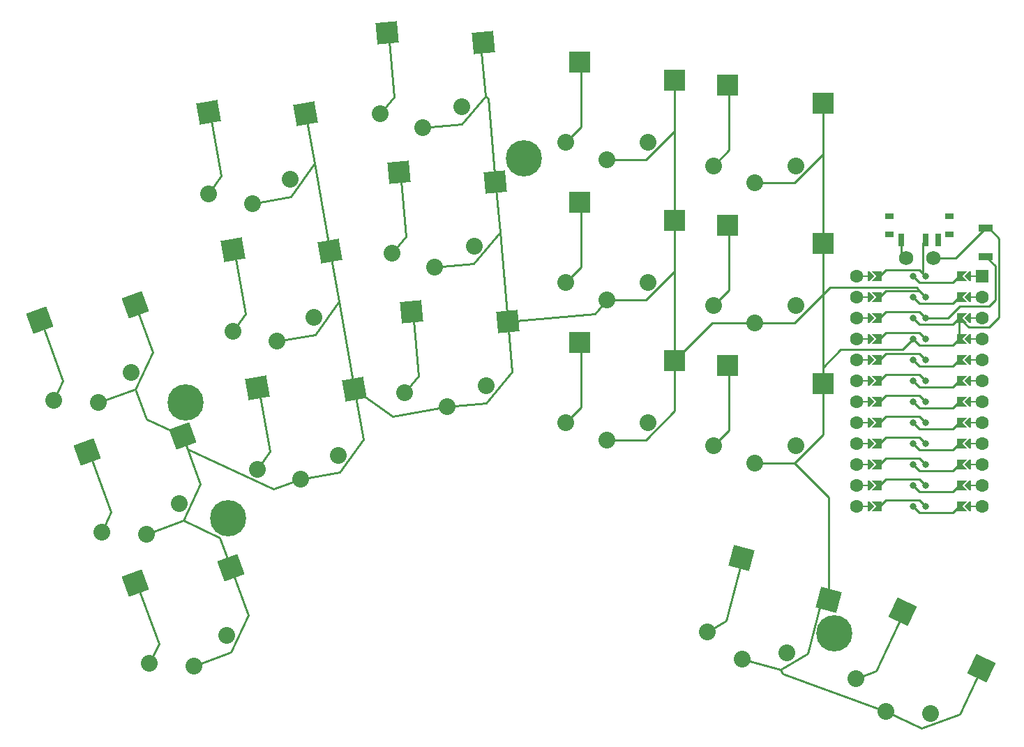
<source format=gbr>
%TF.GenerationSoftware,KiCad,Pcbnew,7.0.2-0*%
%TF.CreationDate,2023-07-16T18:15:17+02:00*%
%TF.ProjectId,lambbt_finished,6c616d62-6274-45f6-9669-6e6973686564,v1.0.0*%
%TF.SameCoordinates,Original*%
%TF.FileFunction,Copper,L2,Bot*%
%TF.FilePolarity,Positive*%
%FSLAX46Y46*%
G04 Gerber Fmt 4.6, Leading zero omitted, Abs format (unit mm)*
G04 Created by KiCad (PCBNEW 7.0.2-0) date 2023-07-16 18:15:17*
%MOMM*%
%LPD*%
G01*
G04 APERTURE LIST*
G04 Aperture macros list*
%AMRotRect*
0 Rectangle, with rotation*
0 The origin of the aperture is its center*
0 $1 length*
0 $2 width*
0 $3 Rotation angle, in degrees counterclockwise*
0 Add horizontal line*
21,1,$1,$2,0,0,$3*%
%AMFreePoly0*
4,1,5,0.125000,-0.500000,-0.125000,-0.500000,-0.125000,0.500000,0.125000,0.500000,0.125000,-0.500000,0.125000,-0.500000,$1*%
%AMFreePoly1*
4,1,6,0.600000,0.200000,0.000000,-0.400000,-0.600000,0.200000,-0.600000,0.400000,0.600000,0.400000,0.600000,0.200000,0.600000,0.200000,$1*%
%AMFreePoly2*
4,1,6,0.600000,-0.250000,-0.600000,-0.250000,-0.600000,1.000000,0.000000,0.400000,0.600000,1.000000,0.600000,-0.250000,0.600000,-0.250000,$1*%
G04 Aperture macros list end*
%TA.AperFunction,ComponentPad*%
%ADD10C,1.752600*%
%TD*%
%TA.AperFunction,SMDPad,CuDef*%
%ADD11RotRect,2.600000X2.600000X10.000000*%
%TD*%
%TA.AperFunction,ComponentPad*%
%ADD12C,2.032000*%
%TD*%
%TA.AperFunction,SMDPad,CuDef*%
%ADD13RotRect,2.600000X2.600000X5.000000*%
%TD*%
%TA.AperFunction,SMDPad,CuDef*%
%ADD14R,2.600000X2.600000*%
%TD*%
%TA.AperFunction,ComponentPad*%
%ADD15C,0.700000*%
%TD*%
%TA.AperFunction,ComponentPad*%
%ADD16C,4.400000*%
%TD*%
%TA.AperFunction,SMDPad,CuDef*%
%ADD17RotRect,2.600000X2.600000X20.000000*%
%TD*%
%TA.AperFunction,ComponentPad*%
%ADD18C,1.600000*%
%TD*%
%TA.AperFunction,ComponentPad*%
%ADD19R,1.600000X1.600000*%
%TD*%
%TA.AperFunction,SMDPad,CuDef*%
%ADD20FreePoly0,270.000000*%
%TD*%
%TA.AperFunction,SMDPad,CuDef*%
%ADD21FreePoly1,270.000000*%
%TD*%
%TA.AperFunction,SMDPad,CuDef*%
%ADD22FreePoly1,90.000000*%
%TD*%
%TA.AperFunction,SMDPad,CuDef*%
%ADD23FreePoly0,90.000000*%
%TD*%
%TA.AperFunction,SMDPad,CuDef*%
%ADD24FreePoly2,90.000000*%
%TD*%
%TA.AperFunction,SMDPad,CuDef*%
%ADD25FreePoly2,270.000000*%
%TD*%
%TA.AperFunction,SMDPad,CuDef*%
%ADD26RotRect,2.600000X2.600000X335.000000*%
%TD*%
%TA.AperFunction,SMDPad,CuDef*%
%ADD27RotRect,2.600000X2.600000X345.000000*%
%TD*%
%TA.AperFunction,SMDPad,CuDef*%
%ADD28R,1.700000X0.900000*%
%TD*%
%TA.AperFunction,SMDPad,CuDef*%
%ADD29R,1.000000X0.800000*%
%TD*%
%TA.AperFunction,SMDPad,CuDef*%
%ADD30R,0.700000X1.500000*%
%TD*%
%TA.AperFunction,ViaPad*%
%ADD31C,0.800000*%
%TD*%
%TA.AperFunction,Conductor*%
%ADD32C,0.250000*%
%TD*%
G04 APERTURE END LIST*
D10*
%TO.P,,1*%
%TO.N,pos*%
X240661329Y-109213818D03*
%TO.P,,2*%
%TO.N,GND*%
X243901329Y-109213818D03*
%TD*%
D11*
%TO.P,S6,1*%
%TO.N,P9*%
X155998898Y-91494322D03*
%TO.P,S6,2*%
%TO.N,GND*%
X167755453Y-91655262D03*
%TD*%
D12*
%TO.P,S30,1*%
%TO.N,P2*%
X227281329Y-132013815D03*
X217281329Y-132013815D03*
%TO.P,S30,2*%
%TO.N,GND*%
X222281329Y-134113815D03*
X222281329Y-134113815D03*
%TD*%
%TO.P,S20,1*%
%TO.N,P14*%
X146568397Y-123077969D03*
X137171470Y-126498171D03*
%TO.P,S20,2*%
%TO.N,GND*%
X142588176Y-126761424D03*
X142588176Y-126761424D03*
%TD*%
D13*
%TO.P,S9,1*%
%TO.N,P6*%
X177629887Y-81856328D03*
%TO.P,S9,2*%
%TO.N,GND*%
X189327678Y-83041307D03*
%TD*%
%TO.P,S7,1*%
%TO.N,P8*%
X180593180Y-115726951D03*
%TO.P,S7,2*%
%TO.N,GND*%
X192290971Y-116911930D03*
%TD*%
D14*
%TO.P,S10,1*%
%TO.N,P5*%
X201006329Y-119430484D03*
%TO.P,S10,2*%
%TO.N,GND*%
X212556329Y-121630484D03*
%TD*%
D12*
%TO.P,S29,1*%
%TO.N,P3*%
X209281331Y-95180481D03*
X199281331Y-95180481D03*
%TO.P,S29,2*%
%TO.N,GND*%
X204281331Y-97280481D03*
X204281331Y-97280481D03*
%TD*%
D15*
%TO.P,_5,1*%
%TO.N,N/C*%
X156796183Y-141383842D03*
X156851268Y-140122189D03*
X157649356Y-142314917D03*
X157782343Y-139269016D03*
D16*
X158346676Y-140819509D03*
D15*
X158911009Y-142370002D03*
X159043996Y-139324101D03*
X159842084Y-141516829D03*
X159897169Y-140255176D03*
%TD*%
D14*
%TO.P,S15,1*%
%TO.N,P1*%
X219006330Y-88263820D03*
%TO.P,S15,2*%
%TO.N,GND*%
X230556330Y-90463820D03*
%TD*%
D17*
%TO.P,S1,1*%
%TO.N,P18*%
X147086430Y-148695734D03*
%TO.P,S1,2*%
%TO.N,GND*%
X158692324Y-146812725D03*
%TD*%
D18*
%TO.P,MCU1,*%
%TO.N,*%
X249901329Y-111393816D03*
D19*
X249901329Y-111393816D03*
D20*
X248631329Y-111393816D03*
D21*
X248123329Y-111393816D03*
D22*
X236439329Y-111393816D03*
D23*
X235931329Y-111393816D03*
D18*
X234661329Y-111393816D03*
X249901329Y-113933816D03*
D20*
X248631329Y-113933816D03*
D21*
X248123329Y-113933816D03*
D22*
X236439329Y-113933816D03*
D23*
X235931329Y-113933816D03*
D18*
X234661329Y-113933816D03*
X249901329Y-116473816D03*
D20*
X248631329Y-116473816D03*
D21*
X248123329Y-116473816D03*
D22*
X236439329Y-116473816D03*
D23*
X235931329Y-116473816D03*
D18*
X234661329Y-116473816D03*
X249901329Y-119013816D03*
D20*
X248631329Y-119013816D03*
D21*
X248123329Y-119013816D03*
D22*
X236439329Y-119013816D03*
D23*
X235931329Y-119013816D03*
D18*
X234661329Y-119013816D03*
X249901329Y-121553816D03*
D20*
X248631329Y-121553816D03*
D21*
X248123329Y-121553816D03*
D22*
X236439329Y-121553816D03*
D23*
X235931329Y-121553816D03*
D18*
X234661329Y-121553816D03*
X249901329Y-124093816D03*
D20*
X248631329Y-124093816D03*
D21*
X248123329Y-124093816D03*
D22*
X236439329Y-124093816D03*
D23*
X235931329Y-124093816D03*
D18*
X234661329Y-124093816D03*
X249901329Y-126633816D03*
D20*
X248631329Y-126633816D03*
D21*
X248123329Y-126633816D03*
D22*
X236439329Y-126633816D03*
D23*
X235931329Y-126633816D03*
D18*
X234661329Y-126633816D03*
X249901329Y-129173816D03*
D20*
X248631329Y-129173816D03*
D21*
X248123329Y-129173816D03*
D22*
X236439329Y-129173816D03*
D23*
X235931329Y-129173816D03*
D18*
X234661329Y-129173816D03*
X249901329Y-131713816D03*
D20*
X248631329Y-131713816D03*
D21*
X248123329Y-131713816D03*
D22*
X236439329Y-131713816D03*
D23*
X235931329Y-131713816D03*
D18*
X234661329Y-131713816D03*
X249901329Y-134253816D03*
D20*
X248631329Y-134253816D03*
D21*
X248123329Y-134253816D03*
D22*
X236439329Y-134253816D03*
D23*
X235931329Y-134253816D03*
D18*
X234661329Y-134253816D03*
X249901329Y-136793816D03*
D20*
X248631329Y-136793816D03*
D21*
X248123329Y-136793816D03*
D22*
X236439329Y-136793816D03*
D23*
X235931329Y-136793816D03*
D18*
X234661329Y-136793816D03*
X249901329Y-139333816D03*
D20*
X248631329Y-139333816D03*
D21*
X248123329Y-139333816D03*
D22*
X236439329Y-139333816D03*
D23*
X235931329Y-139333816D03*
D18*
X234661329Y-139333816D03*
D24*
%TO.P,MCU1,1*%
%TO.N,RAW*%
X237455329Y-111393816D03*
%TO.P,MCU1,2*%
%TO.N,GND*%
X237455329Y-113933816D03*
%TO.P,MCU1,3*%
%TO.N,RST*%
X237455329Y-116473816D03*
%TO.P,MCU1,4*%
%TO.N,VCC*%
X237455329Y-119013816D03*
%TO.P,MCU1,5*%
%TO.N,P21*%
X237455329Y-121553816D03*
%TO.P,MCU1,6*%
%TO.N,P20*%
X237455329Y-124093816D03*
%TO.P,MCU1,7*%
%TO.N,P19*%
X237455329Y-126633816D03*
%TO.P,MCU1,8*%
%TO.N,P18*%
X237455329Y-129173816D03*
%TO.P,MCU1,9*%
%TO.N,P15*%
X237455329Y-131713816D03*
%TO.P,MCU1,10*%
%TO.N,P14*%
X237455329Y-134253816D03*
%TO.P,MCU1,11*%
%TO.N,P16*%
X237455329Y-136793816D03*
%TO.P,MCU1,12*%
%TO.N,P10*%
X237455329Y-139333816D03*
D25*
%TO.P,MCU1,13*%
%TO.N,P9*%
X247107329Y-139333816D03*
%TO.P,MCU1,14*%
%TO.N,P8*%
X247107329Y-136793816D03*
%TO.P,MCU1,15*%
%TO.N,P7*%
X247107329Y-134253816D03*
%TO.P,MCU1,16*%
%TO.N,P6*%
X247107329Y-131713816D03*
%TO.P,MCU1,17*%
%TO.N,P5*%
X247107329Y-129173816D03*
%TO.P,MCU1,18*%
%TO.N,P4*%
X247107329Y-126633816D03*
%TO.P,MCU1,19*%
%TO.N,P3*%
X247107329Y-124093816D03*
%TO.P,MCU1,20*%
%TO.N,P2*%
X247107329Y-121553816D03*
%TO.P,MCU1,21*%
%TO.N,GND*%
X247107329Y-119013816D03*
%TO.P,MCU1,22*%
X247107329Y-116473816D03*
%TO.P,MCU1,23*%
%TO.N,P0*%
X247107329Y-113933816D03*
%TO.P,MCU1,24*%
%TO.N,P1*%
X247107329Y-111393816D03*
%TD*%
D14*
%TO.P,S14,1*%
%TO.N,P0*%
X219006329Y-105263815D03*
%TO.P,S14,2*%
%TO.N,GND*%
X230556329Y-107463815D03*
%TD*%
D15*
%TO.P,_7,1*%
%TO.N,N/C*%
X230346806Y-154374956D03*
X231115584Y-153373065D03*
X230511642Y-155627007D03*
X232367635Y-153208229D03*
D16*
X231940584Y-154802007D03*
D15*
X231513533Y-156395785D03*
X233369526Y-153977007D03*
X232765584Y-156230949D03*
X233534362Y-155229058D03*
%TD*%
D12*
%TO.P,S18,1*%
%TO.N,P18*%
X158197083Y-155027520D03*
X148800156Y-158447722D03*
%TO.P,S18,2*%
%TO.N,GND*%
X154216862Y-158710975D03*
X154216862Y-158710975D03*
%TD*%
D15*
%TO.P,_6,1*%
%TO.N,N/C*%
X192631331Y-97080482D03*
X193114605Y-95913756D03*
X193114605Y-98247208D03*
X194281331Y-95430482D03*
D16*
X194281331Y-97080482D03*
D15*
X194281331Y-98730482D03*
X195448057Y-95913756D03*
X195448057Y-98247208D03*
X195931331Y-97080482D03*
%TD*%
D26*
%TO.P,S17,1*%
%TO.N,P20*%
X240233945Y-152136515D03*
%TO.P,S17,2*%
%TO.N,GND*%
X249772039Y-159011633D03*
%TD*%
D12*
%TO.P,S33,1*%
%TO.N,P19*%
X226127448Y-157178427D03*
X216468189Y-154590237D03*
%TO.P,S33,2*%
%TO.N,GND*%
X220754299Y-157912776D03*
X220754299Y-157912776D03*
%TD*%
D27*
%TO.P,S16,1*%
%TO.N,P19*%
X220657897Y-145618923D03*
%TO.P,S16,2*%
%TO.N,GND*%
X231244939Y-150733320D03*
%TD*%
D12*
%TO.P,S27,1*%
%TO.N,P5*%
X209281329Y-129180484D03*
X199281329Y-129180484D03*
%TO.P,S27,2*%
%TO.N,GND*%
X204281329Y-131280484D03*
X204281329Y-131280484D03*
%TD*%
D11*
%TO.P,S5,1*%
%TO.N,P10*%
X158950918Y-108236053D03*
%TO.P,S5,2*%
%TO.N,GND*%
X170707473Y-108396993D03*
%TD*%
D14*
%TO.P,S13,1*%
%TO.N,P2*%
X219006329Y-122263815D03*
%TO.P,S13,2*%
%TO.N,GND*%
X230556329Y-124463815D03*
%TD*%
D17*
%TO.P,S2,1*%
%TO.N,P15*%
X141272087Y-132720958D03*
%TO.P,S2,2*%
%TO.N,GND*%
X152877981Y-130837949D03*
%TD*%
D11*
%TO.P,S4,1*%
%TO.N,P16*%
X161902935Y-124977786D03*
%TO.P,S4,2*%
%TO.N,GND*%
X173659490Y-125138726D03*
%TD*%
D12*
%TO.P,S24,1*%
%TO.N,P8*%
X189686459Y-124718635D03*
X179724512Y-125590193D03*
%TO.P,S24,2*%
%TO.N,GND*%
X184888513Y-127246423D03*
X184888513Y-127246423D03*
%TD*%
%TO.P,S23,1*%
%TO.N,P9*%
X165841252Y-99659259D03*
X155993174Y-101395740D03*
%TO.P,S23,2*%
%TO.N,GND*%
X161281874Y-102595596D03*
X161281874Y-102595596D03*
%TD*%
%TO.P,S34,1*%
%TO.N,P20*%
X243613114Y-164470182D03*
X234550036Y-160243999D03*
%TO.P,S34,2*%
%TO.N,GND*%
X238194076Y-164260337D03*
X238194076Y-164260337D03*
%TD*%
D28*
%TO.P,,1*%
%TO.N,RST*%
X250281330Y-109013817D03*
%TO.P,,2*%
%TO.N,GND*%
X250281330Y-105613817D03*
%TD*%
D12*
%TO.P,S21,1*%
%TO.N,P16*%
X171745289Y-133142723D03*
X161897211Y-134879204D03*
%TO.P,S21,2*%
%TO.N,GND*%
X167185911Y-136079060D03*
X167185911Y-136079060D03*
%TD*%
D15*
%TO.P,_4,1*%
%TO.N,N/C*%
X151665882Y-127288452D03*
X151720967Y-126026799D03*
X152519055Y-128219527D03*
X152652042Y-125173626D03*
D16*
X153216375Y-126724119D03*
D15*
X153780708Y-128274612D03*
X153913695Y-125228711D03*
X154711783Y-127421439D03*
X154766868Y-126159786D03*
%TD*%
D12*
%TO.P,S31,1*%
%TO.N,P0*%
X227281329Y-115013815D03*
X217281329Y-115013815D03*
%TO.P,S31,2*%
%TO.N,GND*%
X222281329Y-117113815D03*
X222281329Y-117113815D03*
%TD*%
%TO.P,S26,1*%
%TO.N,P6*%
X186723166Y-90848012D03*
X176761219Y-91719570D03*
%TO.P,S26,2*%
%TO.N,GND*%
X181925220Y-93375800D03*
X181925220Y-93375800D03*
%TD*%
%TO.P,S22,1*%
%TO.N,P10*%
X168793272Y-116400990D03*
X158945194Y-118137471D03*
%TO.P,S22,2*%
%TO.N,GND*%
X164233894Y-119337327D03*
X164233894Y-119337327D03*
%TD*%
D14*
%TO.P,S12,1*%
%TO.N,P3*%
X201006331Y-85430481D03*
%TO.P,S12,2*%
%TO.N,GND*%
X212556331Y-87630481D03*
%TD*%
D12*
%TO.P,S25,1*%
%TO.N,P7*%
X188204813Y-107783325D03*
X178242866Y-108654883D03*
%TO.P,S25,2*%
%TO.N,GND*%
X183406867Y-110311113D03*
X183406867Y-110311113D03*
%TD*%
D13*
%TO.P,S8,1*%
%TO.N,P7*%
X179111534Y-98791641D03*
%TO.P,S8,2*%
%TO.N,GND*%
X190809325Y-99976620D03*
%TD*%
D12*
%TO.P,S28,1*%
%TO.N,P4*%
X209281328Y-112180481D03*
X199281328Y-112180481D03*
%TO.P,S28,2*%
%TO.N,GND*%
X204281328Y-114280481D03*
X204281328Y-114280481D03*
%TD*%
%TO.P,S32,1*%
%TO.N,P1*%
X227281330Y-98013820D03*
X217281330Y-98013820D03*
%TO.P,S32,2*%
%TO.N,GND*%
X222281330Y-100113820D03*
X222281330Y-100113820D03*
%TD*%
%TO.P,S19,1*%
%TO.N,P15*%
X152382740Y-139052744D03*
X142985813Y-142472946D03*
%TO.P,S19,2*%
%TO.N,GND*%
X148402519Y-142736199D03*
X148402519Y-142736199D03*
%TD*%
D14*
%TO.P,S11,1*%
%TO.N,P4*%
X201006328Y-102430481D03*
%TO.P,S11,2*%
%TO.N,GND*%
X212556328Y-104630481D03*
%TD*%
D17*
%TO.P,S3,1*%
%TO.N,P14*%
X135457744Y-116746183D03*
%TO.P,S3,2*%
%TO.N,GND*%
X147063638Y-114863174D03*
%TD*%
D29*
%TO.P,,*%
%TO.N,*%
X245931331Y-106383818D03*
X245931331Y-104173818D03*
X238631331Y-106383818D03*
X238631331Y-104173818D03*
D30*
%TO.P,,1*%
%TO.N,pos*%
X240031331Y-107033818D03*
%TO.P,,2*%
%TO.N,RAW*%
X243031331Y-107033818D03*
%TO.P,,3*%
%TO.N,N/C*%
X244531331Y-107033818D03*
%TD*%
D31*
%TO.N,P18*%
X243043330Y-129173816D03*
%TO.N,GND*%
X243043329Y-113933815D03*
X241519330Y-119013813D03*
X241519330Y-116473817D03*
%TO.N,P15*%
X243043328Y-131713817D03*
%TO.N,P14*%
X243043329Y-134253815D03*
%TO.N,P16*%
X243043329Y-136793816D03*
%TO.N,P10*%
X243043328Y-139333816D03*
%TO.N,P9*%
X241519330Y-139333814D03*
%TO.N,P8*%
X241519327Y-136793817D03*
%TO.N,P7*%
X241519330Y-134253814D03*
%TO.N,P6*%
X241519331Y-131713815D03*
%TO.N,P5*%
X241519328Y-129173815D03*
%TO.N,P4*%
X241519329Y-126633817D03*
%TO.N,P3*%
X241519331Y-124093812D03*
%TO.N,P2*%
X241519330Y-121553817D03*
%TO.N,P0*%
X241519329Y-113933815D03*
%TO.N,P1*%
X241519327Y-111393818D03*
%TO.N,P19*%
X243043329Y-126633815D03*
%TO.N,P20*%
X243043330Y-124093817D03*
%TO.N,RAW*%
X243043330Y-111393813D03*
%TO.N,RST*%
X243043330Y-116473814D03*
%TO.N,VCC*%
X243043331Y-119013814D03*
%TO.N,P21*%
X243043326Y-121553814D03*
%TD*%
D32*
%TO.N,GND*%
X238221330Y-113167814D02*
X237455327Y-113933813D01*
X242277328Y-113167818D02*
X238221330Y-113167814D01*
X243043329Y-113933815D02*
X242277328Y-113167818D01*
%TO.N,P18*%
X238221330Y-128407813D02*
X237455331Y-129173816D01*
X147278687Y-148785384D02*
X149920792Y-156044510D01*
X147086430Y-148695733D02*
X147278687Y-148785384D01*
X242277328Y-128407815D02*
X238221330Y-128407813D01*
X243043330Y-129173816D02*
X242277328Y-128407815D01*
X149920792Y-156044510D02*
X148800157Y-158447722D01*
%TO.N,GND*%
X152877980Y-130837949D02*
X148419493Y-128758923D01*
X190809324Y-99976620D02*
X189921582Y-89829693D01*
X230556329Y-96635282D02*
X230556330Y-96635279D01*
X225387324Y-159154194D02*
X225637175Y-159689999D01*
X163878664Y-137282800D02*
X167185913Y-136079060D01*
X251910000Y-106842487D02*
X251910000Y-116390000D01*
X212556330Y-87630480D02*
X212556330Y-93801942D01*
X241513429Y-116486037D02*
X242279428Y-117252035D01*
X242279427Y-119792038D02*
X246335429Y-119792036D01*
X212556329Y-127801945D02*
X209077789Y-131280482D01*
X209077789Y-114280481D02*
X204281329Y-114280481D01*
X227077792Y-100113819D02*
X222281332Y-100113818D01*
X250281330Y-105613817D02*
X250681330Y-105613817D01*
X189327677Y-83041309D02*
X189035487Y-83389526D01*
X158692324Y-146812726D02*
X157368206Y-143174742D01*
X149174402Y-120662452D02*
X147095376Y-125120938D01*
X228667848Y-157260182D02*
X225387324Y-159154194D01*
X240195328Y-120337815D02*
X232722185Y-120337815D01*
X158692324Y-146812726D02*
X160803088Y-152612000D01*
X251910000Y-116390000D02*
X250701184Y-117598816D01*
X192290972Y-116911929D02*
X191347203Y-106124597D01*
X249772040Y-159011634D02*
X247163868Y-164604877D01*
X248232329Y-117598816D02*
X247107329Y-116473816D01*
X160803088Y-152612000D02*
X158724061Y-157070490D01*
X178322943Y-128404110D02*
X173659493Y-125138726D01*
X153454503Y-132421935D02*
X163878664Y-137282800D01*
X148419493Y-128758923D02*
X147095376Y-125120938D01*
X212556328Y-104630482D02*
X212556328Y-110801943D01*
X227077790Y-134113814D02*
X222281330Y-134113815D01*
X232722185Y-120337815D02*
X230556329Y-122503671D01*
X152909716Y-141095713D02*
X148402517Y-142736201D01*
X147063638Y-114863175D02*
X149174402Y-120662452D01*
X246335429Y-119792036D02*
X247101428Y-119026037D01*
X230556328Y-107463817D02*
X230556329Y-96635282D01*
X212556328Y-110801943D02*
X209077789Y-114280481D01*
X230556332Y-90463819D02*
X230556330Y-96635279D01*
X246335429Y-117252035D02*
X247101431Y-116486036D01*
X241918330Y-112808816D02*
X231382793Y-112808816D01*
X230556330Y-96635279D02*
X227077792Y-100113819D01*
X168827120Y-97732968D02*
X168827116Y-97732965D01*
X230556329Y-122503671D02*
X230556329Y-124463815D01*
X231244938Y-138280963D02*
X227077790Y-134113814D01*
X190809324Y-99976620D02*
X191347203Y-106124597D01*
X209077792Y-97280482D02*
X204281330Y-97280481D01*
X212556328Y-104630482D02*
X212556329Y-93801944D01*
X168957487Y-118504432D02*
X164233894Y-119337327D01*
X186703428Y-92957762D02*
X181925220Y-93375799D01*
X171909506Y-135246163D02*
X167185914Y-136079060D01*
X166005465Y-101762700D02*
X161281874Y-102595596D01*
X152877980Y-130837949D02*
X153454503Y-132421935D01*
X242541146Y-166287412D02*
X238194075Y-164260337D01*
X231244940Y-150733320D02*
X230265140Y-151299009D01*
X173659493Y-125138726D02*
X171779137Y-114474696D01*
X174731156Y-131216429D02*
X171909506Y-135246163D01*
X231244938Y-150733321D02*
X231244938Y-138280963D01*
X243043329Y-113933815D02*
X241918330Y-112808816D01*
X147095376Y-125120938D02*
X142588177Y-126761424D01*
X225387324Y-159154194D02*
X220754299Y-157912778D01*
X230556328Y-107463817D02*
X230556331Y-113635278D01*
X170707474Y-108396993D02*
X168827120Y-97732968D01*
X154988744Y-136637226D02*
X152909716Y-141095713D01*
X212556329Y-121630482D02*
X217072995Y-117113816D01*
X189666722Y-126828382D02*
X184888512Y-127246421D01*
X250701184Y-117598816D02*
X248232329Y-117598816D01*
X241513429Y-119026036D02*
X242279427Y-119792038D01*
X217072995Y-117113816D02*
X222281328Y-117113816D01*
X247163868Y-164604877D02*
X242541146Y-166287412D01*
X230556326Y-130635276D02*
X227077790Y-134113814D01*
X212556329Y-121630482D02*
X212556329Y-127801945D01*
X212556329Y-93801944D02*
X212556330Y-93801942D01*
X209077789Y-131280482D02*
X204281330Y-131280484D01*
X152877980Y-130837949D02*
X154988744Y-136637226D01*
X189035487Y-83389526D02*
X189573366Y-89537503D01*
X230556331Y-124463815D02*
X230556331Y-113635278D01*
X227077790Y-117113815D02*
X222281328Y-117113816D01*
X230556330Y-124463816D02*
X230556326Y-130635276D01*
X189573366Y-89537503D02*
X186703428Y-92957762D01*
X171779137Y-114474696D02*
X168957487Y-118504432D01*
X247107329Y-116473816D02*
X247107329Y-119013816D01*
X230265140Y-151299009D02*
X228667848Y-157260182D01*
X212556329Y-121630482D02*
X212556328Y-110801943D01*
X170707474Y-108396993D02*
X171779137Y-114474696D01*
X192290972Y-116911929D02*
X192828849Y-123059906D01*
X173659493Y-125138726D02*
X174731156Y-131216429D01*
X241519330Y-119013813D02*
X240195328Y-120337815D01*
X242279428Y-117252035D02*
X246335429Y-117252035D01*
X158724061Y-157070490D02*
X154216862Y-158710975D01*
X189921582Y-89829693D02*
X189573366Y-89537503D01*
X188185074Y-109893075D02*
X183406866Y-110311112D01*
X202848314Y-115988281D02*
X204281329Y-114280481D01*
X230556331Y-113635278D02*
X227077790Y-117113815D01*
X246681329Y-109213818D02*
X243901329Y-109213818D01*
X184888512Y-127246422D02*
X178322943Y-128404110D01*
X225637175Y-159689999D02*
X238194076Y-164260337D01*
X192828849Y-123059906D02*
X189666722Y-126828382D01*
X167755453Y-91655262D02*
X168827116Y-97732965D01*
X250681330Y-105613817D02*
X251910000Y-106842487D01*
X168827116Y-97732965D02*
X166005465Y-101762700D01*
X192290972Y-116911929D02*
X202848314Y-115988281D01*
X212556330Y-93801942D02*
X209077792Y-97280482D01*
X157368206Y-143174742D02*
X152909716Y-141095713D01*
X231382793Y-112808816D02*
X230556331Y-113635278D01*
X191347203Y-106124597D02*
X188185074Y-109893075D01*
X250281330Y-105613817D02*
X246681329Y-109213818D01*
%TO.N,P15*%
X243043328Y-131713817D02*
X242277329Y-130947817D01*
X144106449Y-140069733D02*
X142985813Y-142472945D01*
X141272085Y-132720958D02*
X141464343Y-132810609D01*
X141464343Y-132810609D02*
X144106449Y-140069733D01*
X238221331Y-130947814D02*
X237455329Y-131713814D01*
X242277329Y-130947817D02*
X238221331Y-130947814D01*
%TO.N,P14*%
X135457745Y-116746182D02*
X135650001Y-116835834D01*
X243043329Y-134253815D02*
X242277330Y-133487814D01*
X238221329Y-133487816D02*
X237455331Y-134253816D01*
X138292106Y-124094959D02*
X137171470Y-126498171D01*
X135650001Y-116835834D02*
X138292106Y-124094959D01*
X242277330Y-133487814D02*
X238221329Y-133487816D01*
%TO.N,P16*%
X242277328Y-136027814D02*
X238221330Y-136027812D01*
X238221330Y-136027812D02*
X237455329Y-136793816D01*
X243043329Y-136793816D02*
X242277328Y-136027814D01*
X163418138Y-132707100D02*
X161897213Y-134879205D01*
X161902938Y-124977786D02*
X162076706Y-125099461D01*
X162076706Y-125099461D02*
X163418138Y-132707100D01*
%TO.N,P10*%
X242277331Y-138567814D02*
X238221331Y-138567817D01*
X243043328Y-139333816D02*
X242277331Y-138567814D01*
X158950919Y-108236053D02*
X159124688Y-108357727D01*
X159124688Y-108357727D02*
X160466120Y-115965367D01*
X238221331Y-138567817D02*
X237455328Y-139333817D01*
X160466120Y-115965367D02*
X158945195Y-118137472D01*
%TO.N,P9*%
X157514098Y-99223637D02*
X155993173Y-101395742D01*
X241513427Y-139346038D02*
X242279429Y-140112034D01*
X155998897Y-91494323D02*
X156172665Y-91615997D01*
X242279429Y-140112034D02*
X246335429Y-140112037D01*
X246335429Y-140112037D02*
X247101426Y-139346038D01*
X156172665Y-91615997D02*
X157514098Y-99223637D01*
%TO.N,P8*%
X241513428Y-136806037D02*
X242279429Y-137572038D01*
X246335429Y-137572036D02*
X247101429Y-136806036D01*
X180755683Y-115863306D02*
X181428960Y-123558910D01*
X181428960Y-123558910D02*
X179724512Y-125590192D01*
X180593180Y-115726950D02*
X180755683Y-115863306D01*
X242279429Y-137572038D02*
X246335429Y-137572036D01*
%TO.N,P7*%
X246335429Y-135032039D02*
X247101428Y-134266036D01*
X241513429Y-134266034D02*
X242279428Y-135032037D01*
X179274035Y-98927997D02*
X179947313Y-106623600D01*
X242279428Y-135032037D02*
X246335429Y-135032039D01*
X179947313Y-106623600D02*
X178242864Y-108654883D01*
X179111533Y-98791640D02*
X179274035Y-98927997D01*
%TO.N,P6*%
X177629887Y-81856329D02*
X177792389Y-81992684D01*
X178465668Y-89688289D02*
X176761219Y-91719571D01*
X242279425Y-132492039D02*
X246335427Y-132492034D01*
X246335427Y-132492034D02*
X247101430Y-131726035D01*
X177792389Y-81992684D02*
X178465668Y-89688289D01*
X241513432Y-131726036D02*
X242279425Y-132492039D01*
%TO.N,P5*%
X241513430Y-129186036D02*
X242279429Y-129952034D01*
X242279429Y-129952034D02*
X246335429Y-129952036D01*
X201006330Y-119430483D02*
X201156330Y-119580483D01*
X201156329Y-127305482D02*
X199281329Y-129180483D01*
X246335429Y-129952036D02*
X247101429Y-129186035D01*
X201156330Y-119580483D02*
X201156329Y-127305482D01*
%TO.N,P4*%
X241513428Y-126646036D02*
X242279430Y-127412035D01*
X201156329Y-110305482D02*
X199281328Y-112180481D01*
X242279430Y-127412035D02*
X246335427Y-127412036D01*
X246335427Y-127412036D02*
X247101427Y-126646035D01*
X201006329Y-102430480D02*
X201156328Y-102580480D01*
X201156328Y-102580480D02*
X201156329Y-110305482D01*
%TO.N,P3*%
X246335429Y-124872034D02*
X247101428Y-124106039D01*
X201156330Y-85580481D02*
X201156329Y-93305481D01*
X201006330Y-85430481D02*
X201156330Y-85580481D01*
X242279428Y-124872037D02*
X246335429Y-124872034D01*
X201156329Y-93305481D02*
X199281331Y-95180480D01*
X241513430Y-124106037D02*
X242279428Y-124872037D01*
%TO.N,P2*%
X219006329Y-122263814D02*
X219156330Y-122413813D01*
X219156330Y-122413813D02*
X219156330Y-130138815D01*
X219156330Y-130138815D02*
X217281330Y-132013814D01*
X246335429Y-122332037D02*
X247101428Y-121566033D01*
X242279428Y-122332036D02*
X246335429Y-122332037D01*
X241513428Y-121566039D02*
X242279428Y-122332036D01*
%TO.N,P0*%
X219006329Y-105263816D02*
X219156329Y-105413816D01*
X246335427Y-114712035D02*
X247101429Y-113946038D01*
X241513428Y-113946033D02*
X242279428Y-114712036D01*
X242279428Y-114712036D02*
X246335427Y-114712035D01*
X219156329Y-105413816D02*
X219156330Y-113138815D01*
X219156330Y-113138815D02*
X217281330Y-115013816D01*
%TO.N,P1*%
X242279427Y-112172035D02*
X246335428Y-112172038D01*
X219006331Y-88263819D02*
X219156330Y-88413819D01*
X246335428Y-112172038D02*
X247101430Y-111406037D01*
X219156332Y-96138820D02*
X217281331Y-98013819D01*
X219156330Y-88413819D02*
X219156332Y-96138820D01*
X241513431Y-111406035D02*
X242279427Y-112172035D01*
%TO.N,P19*%
X238221329Y-125867817D02*
X237455328Y-126633815D01*
X218764586Y-153264413D02*
X216468187Y-154590236D01*
X242277330Y-125867817D02*
X238221329Y-125867817D01*
X243043329Y-126633815D02*
X242277330Y-125867817D01*
X220657898Y-145618924D02*
X220763965Y-145802633D01*
X220763965Y-145802633D02*
X218764586Y-153264413D01*
%TO.N,P20*%
X240233946Y-152136517D02*
X240306498Y-152335853D01*
X243043330Y-124093817D02*
X242277328Y-123327815D01*
X237041773Y-159337084D02*
X234550036Y-160244002D01*
X238221330Y-123327815D02*
X237455329Y-124093814D01*
X240306498Y-152335853D02*
X237041773Y-159337084D01*
X242277328Y-123327815D02*
X238221330Y-123327815D01*
%TO.N,RAW*%
X242700029Y-111050512D02*
X243043330Y-111393813D01*
X238221329Y-110627817D02*
X237455330Y-111393813D01*
X242277329Y-110627814D02*
X238221329Y-110627817D01*
X243043330Y-111393813D02*
X242277329Y-110627814D01*
X243031331Y-107033818D02*
X242700029Y-107365120D01*
X242700029Y-107365120D02*
X242700029Y-111050512D01*
%TO.N,RST*%
X242277329Y-115707814D02*
X238221328Y-115707814D01*
X247138816Y-115058816D02*
X245723818Y-116473814D01*
X245723818Y-116473814D02*
X243043330Y-116473814D01*
X250701184Y-115058816D02*
X247138816Y-115058816D01*
X250281330Y-109013817D02*
X251460000Y-110192487D01*
X251460000Y-114300000D02*
X250701184Y-115058816D01*
X251460000Y-110192487D02*
X251460000Y-114300000D01*
X238221328Y-115707814D02*
X237455329Y-116473816D01*
X243043330Y-116473814D02*
X242277329Y-115707814D01*
%TO.N,VCC*%
X242277331Y-118247814D02*
X238221331Y-118247817D01*
X238221331Y-118247817D02*
X237455328Y-119013811D01*
X243043331Y-119013814D02*
X242277331Y-118247814D01*
%TO.N,P21*%
X238221330Y-120787812D02*
X237455330Y-121553819D01*
X243043326Y-121553814D02*
X242277331Y-120787819D01*
X242277331Y-120787819D02*
X238221330Y-120787812D01*
%TO.N,pos*%
X240031331Y-107033818D02*
X240031331Y-108583820D01*
X240031331Y-108583820D02*
X240661329Y-109213818D01*
%TD*%
M02*

</source>
